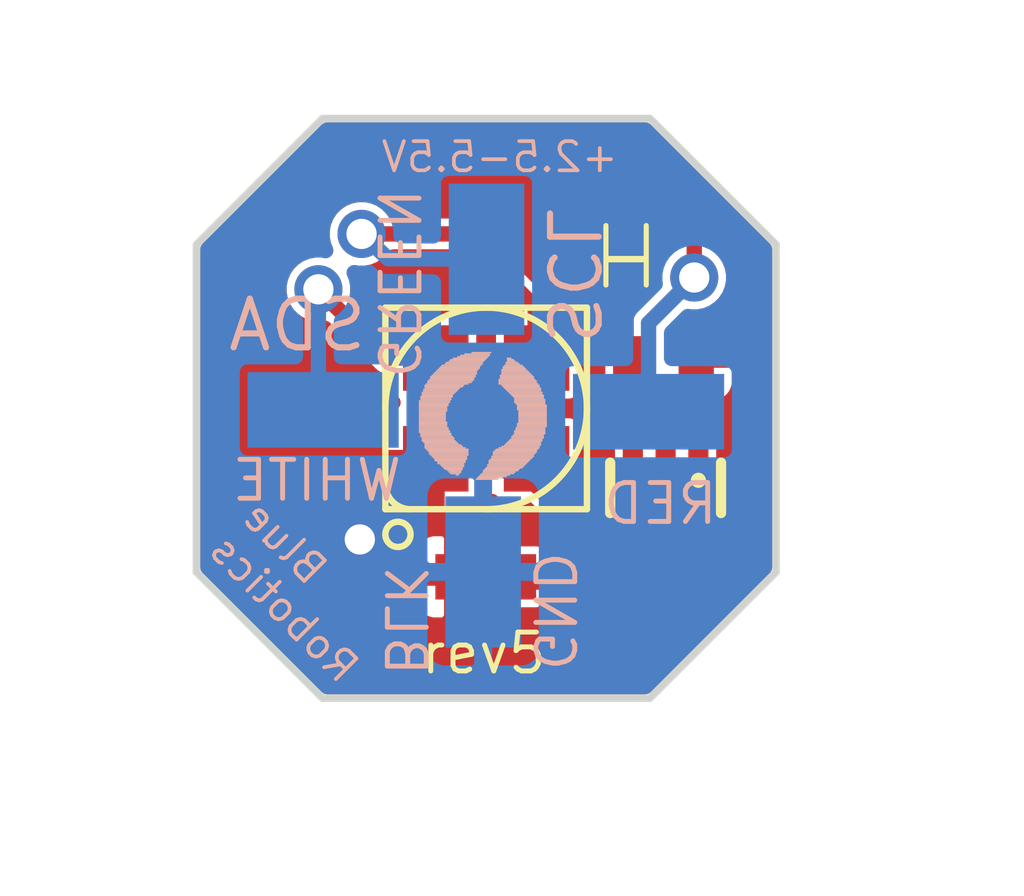
<source format=kicad_pcb>
(kicad_pcb (version 20171130) (host pcbnew "(5.0.0)")

  (general
    (thickness 1.6)
    (drawings 33)
    (tracks 52)
    (zones 0)
    (modules 10)
    (nets 7)
  )

  (page A4)
  (layers
    (0 Top signal)
    (31 Bottom signal)
    (32 B.Adhes user hide)
    (33 F.Adhes user hide)
    (34 B.Paste user)
    (35 F.Paste user)
    (36 B.SilkS user)
    (37 F.SilkS user)
    (38 B.Mask user)
    (39 F.Mask user)
    (40 Dwgs.User user hide)
    (41 Cmts.User user hide)
    (42 Eco1.User user hide)
    (43 Eco2.User user hide)
    (44 Edge.Cuts user)
    (45 Margin user)
    (46 B.CrtYd user hide)
    (47 F.CrtYd user hide)
    (48 B.Fab user hide)
    (49 F.Fab user hide)
  )

  (setup
    (last_trace_width 0.25)
    (trace_clearance 0.1524)
    (zone_clearance 0.508)
    (zone_45_only no)
    (trace_min 0.2)
    (segment_width 0.2)
    (edge_width 0.15)
    (via_size 0.8)
    (via_drill 0.4)
    (via_min_size 0.4)
    (via_min_drill 0.3)
    (uvia_size 0.3)
    (uvia_drill 0.1)
    (uvias_allowed no)
    (uvia_min_size 0.2)
    (uvia_min_drill 0.1)
    (pcb_text_width 0.3)
    (pcb_text_size 1.5 1.5)
    (mod_edge_width 0.15)
    (mod_text_size 1 1)
    (mod_text_width 0.15)
    (pad_size 1.524 1.524)
    (pad_drill 0.762)
    (pad_to_mask_clearance 0.2)
    (aux_axis_origin 0 0)
    (visible_elements FFFFFF7F)
    (pcbplotparams
      (layerselection 0x010fc_ffffffff)
      (usegerberextensions false)
      (usegerberattributes false)
      (usegerberadvancedattributes false)
      (creategerberjobfile false)
      (excludeedgelayer true)
      (linewidth 0.100000)
      (plotframeref false)
      (viasonmask false)
      (mode 1)
      (useauxorigin false)
      (hpglpennumber 1)
      (hpglpenspeed 20)
      (hpglpendiameter 15.000000)
      (psnegative false)
      (psa4output false)
      (plotreference true)
      (plotvalue true)
      (plotinvisibletext false)
      (padsonsilk false)
      (subtractmaskfromsilk false)
      (outputformat 1)
      (mirror false)
      (drillshape 1)
      (scaleselection 1)
      (outputdirectory ""))
  )

  (net 0 "")
  (net 1 GND)
  (net 2 /SDA)
  (net 3 /SCL)
  (net 4 /3.3V)
  (net 5 /VCC)
  (net 6 /VIN)

  (net_class Default "This is the default net class."
    (clearance 0.1524)
    (trace_width 0.25)
    (via_dia 0.8)
    (via_drill 0.4)
    (uvia_dia 0.3)
    (uvia_drill 0.1)
    (add_net /3.3V)
    (add_net /SCL)
    (add_net /SDA)
    (add_net /VCC)
    (add_net /VIN)
    (add_net GND)
  )

  (module BAR30-SENSOR:C0402 (layer Top) (tedit 0) (tstamp 5BA7C8F2)
    (at 148.491813 108.3473 180)
    (descr <b>CAPACITOR</b>)
    (path /C8E3AF05)
    (fp_text reference C1 (at -0.635 -0.635 180) (layer F.SilkS) hide
      (effects (font (size 1.2065 1.2065) (thickness 0.1016)) (justify right top))
    )
    (fp_text value 1uF (at -0.635 1.905 180) (layer F.Fab) hide
      (effects (font (size 1.2065 1.2065) (thickness 0.1016)) (justify right top))
    )
    (fp_poly (pts (xy -0.1999 0.3) (xy 0.1999 0.3) (xy 0.1999 -0.3) (xy -0.1999 -0.3)) (layer F.Adhes) (width 0))
    (fp_poly (pts (xy 0.2588 0.3048) (xy 0.5588 0.3048) (xy 0.5588 -0.2951) (xy 0.2588 -0.2951)) (layer F.Fab) (width 0))
    (fp_poly (pts (xy -0.554 0.3048) (xy -0.254 0.3048) (xy -0.254 -0.2951) (xy -0.554 -0.2951)) (layer F.Fab) (width 0))
    (fp_line (start -1.473 0.483) (end -1.473 -0.483) (layer Dwgs.User) (width 0.0508))
    (fp_line (start 1.473 0.483) (end -1.473 0.483) (layer Dwgs.User) (width 0.0508))
    (fp_line (start 1.473 -0.483) (end 1.473 0.483) (layer Dwgs.User) (width 0.0508))
    (fp_line (start -1.473 -0.483) (end 1.473 -0.483) (layer Dwgs.User) (width 0.0508))
    (fp_line (start 0.245 0.224) (end -0.245 0.224) (layer F.Fab) (width 0.1524))
    (fp_line (start -0.245 -0.224) (end 0.245 -0.224) (layer F.Fab) (width 0.1524))
    (pad 2 smd rect (at 0.65 0 180) (size 0.7 0.9) (layers Top F.Paste F.Mask)
      (net 1 GND) (solder_mask_margin 0.0762))
    (pad 1 smd rect (at -0.65 0 180) (size 0.7 0.9) (layers Top F.Paste F.Mask)
      (net 4 /3.3V) (solder_mask_margin 0.0762))
  )

  (module BAR30-SENSOR:MS5837 (layer Top) (tedit 0) (tstamp 5BA7C900)
    (at 148.499725 105.0053 90)
    (path /89E33A62)
    (fp_text reference U$1 (at -2 -2.25 90) (layer F.SilkS) hide
      (effects (font (size 0.57912 0.57912) (thickness 0.048768)) (justify left bottom))
    )
    (fp_text value MS583730BA (at -2 3 90) (layer F.SilkS) hide
      (effects (font (size 0.57912 0.57912) (thickness 0.048768)) (justify left bottom))
    )
    (fp_arc (start -1.5 -1.5) (end -2 -1.5) (angle 90) (layer F.SilkS) (width 0.127))
    (fp_arc (start 0 0) (end 0 -2) (angle 270) (layer F.SilkS) (width 0.127))
    (fp_line (start -2 -1.5) (end -2 -2) (layer F.SilkS) (width 0.127))
    (fp_line (start -2 0) (end -2 -1.5) (layer F.SilkS) (width 0.127))
    (fp_circle (center -2.5 -1.75) (end -2.25 -1.75) (layer F.SilkS) (width 0.127))
    (fp_line (start -2 2) (end -2 0) (layer F.SilkS) (width 0.127))
    (fp_line (start 2 2) (end -2 2) (layer F.SilkS) (width 0.127))
    (fp_line (start 2 -2) (end 2 2) (layer F.SilkS) (width 0.127))
    (fp_line (start 0 -2) (end 2 -2) (layer F.SilkS) (width 0.127))
    (fp_line (start -1.5 -2) (end 0 -2) (layer F.SilkS) (width 0.127))
    (fp_line (start -2 -2) (end -1.5 -2) (layer F.SilkS) (width 0.127))
    (pad 1 smd rect (at -1 -1 90) (size 1.3 1.3) (layers Top F.Paste F.Mask)
      (net 1 GND) (solder_mask_margin 0.0762))
    (pad 4 smd rect (at 1 -1 90) (size 1.3 1.3) (layers Top F.Paste F.Mask)
      (net 2 /SDA) (solder_mask_margin 0.0762))
    (pad 3 smd rect (at 1 1 90) (size 1.3 1.3) (layers Top F.Paste F.Mask)
      (net 3 /SCL) (solder_mask_margin 0.0762))
    (pad 2 smd rect (at -1 1 90) (size 1.3 1.3) (layers Top F.Paste F.Mask)
      (net 4 /3.3V) (solder_mask_margin 0.0762))
  )

  (module BAR30-SENSOR:SOD523 (layer Top) (tedit 0) (tstamp 5BA7C912)
    (at 151.276669 101.966432 90)
    (path /C78C3FBD)
    (fp_text reference D1 (at -0.7366 -0.5588 90) (layer F.SilkS) hide
      (effects (font (size 0.38608 0.38608) (thickness 0.032512)) (justify left bottom))
    )
    (fp_text value DIODESOD523 (at -0.6858 0.9906 90) (layer F.Fab)
      (effects (font (size 0.38608 0.38608) (thickness 0.030886)) (justify left bottom))
    )
    (fp_poly (pts (xy -0.1397 0.3937) (xy -0.0127 0.3937) (xy -0.0127 -0.381) (xy -0.1397 -0.381)) (layer F.SilkS) (width 0))
    (fp_poly (pts (xy -0.59 0.4) (xy -0.3 0.4) (xy -0.3 -0.4) (xy -0.59 -0.4)) (layer F.Fab) (width 0))
    (fp_poly (pts (xy 0.54 0.17) (xy 0.75 0.17) (xy 0.75 -0.17) (xy 0.54 -0.17)) (layer F.Fab) (width 0))
    (fp_poly (pts (xy -0.75 0.17) (xy -0.54 0.17) (xy -0.54 -0.17) (xy -0.75 -0.17)) (layer F.Fab) (width 0))
    (fp_line (start -0.59 0.4) (end -0.59 -0.4) (layer F.Fab) (width 0.1016))
    (fp_line (start 0.59 0.4) (end -0.59 0.4) (layer F.SilkS) (width 0.1016))
    (fp_line (start 0.59 -0.4) (end 0.59 0.4) (layer F.Fab) (width 0.1016))
    (fp_line (start -0.59 -0.4) (end 0.59 -0.4) (layer F.SilkS) (width 0.1016))
    (pad C smd rect (at -0.6 0 90) (size 0.7 0.5) (layers Top F.Paste F.Mask)
      (net 5 /VCC) (solder_mask_margin 0.0762))
    (pad A smd rect (at 0.7 0 90) (size 0.7 0.5) (layers Top F.Paste F.Mask)
      (net 6 /VIN) (solder_mask_margin 0.0762))
  )

  (module BAR30-SENSOR:PAD-1.5X3MM (layer Bottom) (tedit 0) (tstamp 5BA7C91F)
    (at 148.439725 108.2503 270)
    (path /6E1B97F5)
    (fp_text reference U$3 (at 0 0 270) (layer B.SilkS) hide
      (effects (font (size 1.27 1.27) (thickness 0.15)) (justify mirror))
    )
    (fp_text value PAD1.5X3MM (at 0 0 270) (layer B.SilkS) hide
      (effects (font (size 1.27 1.27) (thickness 0.15)) (justify mirror))
    )
    (pad P$1 smd rect (at 0 0 270) (size 3 1.5) (layers Bottom B.Paste B.Mask)
      (net 1 GND) (solder_mask_margin 0.0762))
  )

  (module BAR30-SENSOR:PAD-1.5X3MM (layer Bottom) (tedit 0) (tstamp 5BA7C923)
    (at 151.722706 105.070932)
    (path /649D799B)
    (fp_text reference U$4 (at 0 0) (layer B.SilkS) hide
      (effects (font (size 1.27 1.27) (thickness 0.15)) (justify mirror))
    )
    (fp_text value PAD1.5X3MM (at 0 0) (layer B.SilkS) hide
      (effects (font (size 1.27 1.27) (thickness 0.15)) (justify mirror))
    )
    (pad P$1 smd rect (at 0 0) (size 3 1.5) (layers Bottom B.Paste B.Mask)
      (net 6 /VIN) (solder_mask_margin 0.0762))
  )

  (module BAR30-SENSOR:PAD-1.5X3MM (layer Bottom) (tedit 0) (tstamp 5BA7C927)
    (at 148.507535 102.0451 270)
    (path /BCE09641)
    (fp_text reference U$5 (at 0 0 270) (layer B.SilkS) hide
      (effects (font (size 1.27 1.27) (thickness 0.15)) (justify mirror))
    )
    (fp_text value PAD1.5X3MM (at 0 0 270) (layer B.SilkS) hide
      (effects (font (size 1.27 1.27) (thickness 0.15)) (justify mirror))
    )
    (pad P$1 smd rect (at 0 0 270) (size 3 1.5) (layers Bottom B.Paste B.Mask)
      (net 3 /SCL) (solder_mask_margin 0.0762))
  )

  (module BAR30-SENSOR:PAD-1.5X3MM (layer Bottom) (tedit 0) (tstamp 5BA7C92B)
    (at 145.264725 105.0353 180)
    (path /CE08125E)
    (fp_text reference U$6 (at 0 0 180) (layer B.SilkS) hide
      (effects (font (size 1.27 1.27) (thickness 0.15)) (justify mirror))
    )
    (fp_text value PAD1.5X3MM (at 0 0 180) (layer B.SilkS) hide
      (effects (font (size 1.27 1.27) (thickness 0.15)) (justify mirror))
    )
    (pad P$1 smd rect (at 0 0 180) (size 3 1.5) (layers Bottom B.Paste B.Mask)
      (net 2 /SDA) (solder_mask_margin 0.0762))
  )

  (module BAR30-SENSOR:BR-LOGO-SMALL (layer Bottom) (tedit 0) (tstamp 5BA7C92F)
    (at 149.689281 106.409622 180)
    (path /86107EFD)
    (fp_text reference U$7 (at 0 0 180) (layer B.SilkS) hide
      (effects (font (size 1.27 1.27) (thickness 0.15)) (justify mirror))
    )
    (fp_text value LOGOBR-LOGO-S (at 0 0 180) (layer B.SilkS) hide
      (effects (font (size 1.27 1.27) (thickness 0.15)) (justify mirror))
    )
    (fp_poly (pts (xy 1.087118 2.497581) (xy 1.480818 2.497581) (xy 1.480818 2.525775) (xy 1.087118 2.525775)) (layer B.SilkS) (width 0))
    (fp_poly (pts (xy 1.115059 2.469387) (xy 1.623059 2.469387) (xy 1.623059 2.497581) (xy 1.115059 2.497581)) (layer B.SilkS) (width 0))
    (fp_poly (pts (xy 1.115059 2.441193) (xy 1.706881 2.441193) (xy 1.706881 2.469387) (xy 1.115059 2.469387)) (layer B.SilkS) (width 0))
    (fp_poly (pts (xy 1.143 2.413) (xy 1.762759 2.413) (xy 1.762759 2.441193) (xy 1.143 2.441193)) (layer B.SilkS) (width 0))
    (fp_poly (pts (xy 1.17094 2.384806) (xy 1.849118 2.384806) (xy 1.849118 2.413) (xy 1.17094 2.413)) (layer B.SilkS) (width 0))
    (fp_poly (pts (xy 0.690881 2.384806) (xy 0.77724 2.384806) (xy 0.77724 2.413) (xy 0.690881 2.413)) (layer B.SilkS) (width 0))
    (fp_poly (pts (xy 1.198881 2.356612) (xy 1.905 2.356612) (xy 1.905 2.384806) (xy 1.198881 2.384806)) (layer B.SilkS) (width 0))
    (fp_poly (pts (xy 0.635 2.356612) (xy 0.77724 2.356612) (xy 0.77724 2.384806) (xy 0.635 2.384806)) (layer B.SilkS) (width 0))
    (fp_poly (pts (xy 1.226818 2.328418) (xy 1.93294 2.328418) (xy 1.93294 2.356612) (xy 1.226818 2.356612)) (layer B.SilkS) (width 0))
    (fp_poly (pts (xy 0.607059 2.328418) (xy 0.77724 2.328418) (xy 0.77724 2.356612) (xy 0.607059 2.356612)) (layer B.SilkS) (width 0))
    (fp_poly (pts (xy 1.254759 2.300225) (xy 1.988818 2.300225) (xy 1.988818 2.328418) (xy 1.254759 2.328418)) (layer B.SilkS) (width 0))
    (fp_poly (pts (xy 0.551181 2.300225) (xy 0.805181 2.300225) (xy 0.805181 2.328418) (xy 0.551181 2.328418)) (layer B.SilkS) (width 0))
    (fp_poly (pts (xy 1.254759 2.271775) (xy 2.016759 2.271775) (xy 2.016759 2.300225) (xy 1.254759 2.300225)) (layer B.SilkS) (width 0))
    (fp_poly (pts (xy 0.52324 2.271775) (xy 0.805181 2.271775) (xy 0.805181 2.300225) (xy 0.52324 2.300225)) (layer B.SilkS) (width 0))
    (fp_poly (pts (xy 1.28524 2.243581) (xy 2.075181 2.243581) (xy 2.075181 2.271775) (xy 1.28524 2.271775)) (layer B.SilkS) (width 0))
    (fp_poly (pts (xy 0.464818 2.243581) (xy 0.833118 2.243581) (xy 0.833118 2.271775) (xy 0.464818 2.271775)) (layer B.SilkS) (width 0))
    (fp_poly (pts (xy 1.313181 2.215387) (xy 2.103118 2.215387) (xy 2.103118 2.243581) (xy 1.313181 2.243581)) (layer B.SilkS) (width 0))
    (fp_poly (pts (xy 0.436881 2.215387) (xy 0.861059 2.215387) (xy 0.861059 2.243581) (xy 0.436881 2.243581)) (layer B.SilkS) (width 0))
    (fp_poly (pts (xy 1.313181 2.187193) (xy 2.131059 2.187193) (xy 2.131059 2.215387) (xy 1.313181 2.215387)) (layer B.SilkS) (width 0))
    (fp_poly (pts (xy 0.40894 2.187193) (xy 0.861059 2.187193) (xy 0.861059 2.215387) (xy 0.40894 2.215387)) (layer B.SilkS) (width 0))
    (fp_poly (pts (xy 1.341118 2.159) (xy 2.159 2.159) (xy 2.159 2.187193) (xy 1.341118 2.187193)) (layer B.SilkS) (width 0))
    (fp_poly (pts (xy 0.381 2.159) (xy 0.889 2.159) (xy 0.889 2.187193) (xy 0.381 2.187193)) (layer B.SilkS) (width 0))
    (fp_poly (pts (xy 1.369059 2.130806) (xy 2.18694 2.130806) (xy 2.18694 2.159) (xy 1.369059 2.159)) (layer B.SilkS) (width 0))
    (fp_poly (pts (xy 0.353059 2.130806) (xy 0.889 2.130806) (xy 0.889 2.159) (xy 0.353059 2.159)) (layer B.SilkS) (width 0))
    (fp_poly (pts (xy 1.369059 2.102612) (xy 2.214881 2.102612) (xy 2.214881 2.130806) (xy 1.369059 2.130806)) (layer B.SilkS) (width 0))
    (fp_poly (pts (xy 0.325118 2.102612) (xy 0.889 2.102612) (xy 0.889 2.130806) (xy 0.325118 2.130806)) (layer B.SilkS) (width 0))
    (fp_poly (pts (xy 1.369059 2.074418) (xy 2.242818 2.074418) (xy 2.242818 2.102612) (xy 1.369059 2.102612)) (layer B.SilkS) (width 0))
    (fp_poly (pts (xy 0.297181 2.074418) (xy 0.889 2.074418) (xy 0.889 2.102612) (xy 0.297181 2.102612)) (layer B.SilkS) (width 0))
    (fp_poly (pts (xy 1.397 2.046225) (xy 2.270759 2.046225) (xy 2.270759 2.074418) (xy 1.397 2.074418)) (layer B.SilkS) (width 0))
    (fp_poly (pts (xy 0.26924 2.046225) (xy 0.91694 2.046225) (xy 0.91694 2.074418) (xy 0.26924 2.074418)) (layer B.SilkS) (width 0))
    (fp_poly (pts (xy 1.397 2.017775) (xy 2.30124 2.017775) (xy 2.30124 2.046225) (xy 1.397 2.046225)) (layer B.SilkS) (width 0))
    (fp_poly (pts (xy 0.238759 2.017775) (xy 0.91694 2.017775) (xy 0.91694 2.046225) (xy 0.238759 2.046225)) (layer B.SilkS) (width 0))
    (fp_poly (pts (xy 1.42494 1.989581) (xy 2.30124 1.989581) (xy 2.30124 2.017775) (xy 1.42494 2.017775)) (layer B.SilkS) (width 0))
    (fp_poly (pts (xy 0.238759 1.989581) (xy 0.91694 1.989581) (xy 0.91694 2.017775) (xy 0.238759 2.017775)) (layer B.SilkS) (width 0))
    (fp_poly (pts (xy 1.42494 1.961387) (xy 2.329181 1.961387) (xy 2.329181 1.989581) (xy 1.42494 1.989581)) (layer B.SilkS) (width 0))
    (fp_poly (pts (xy 0.210818 1.961387) (xy 0.944881 1.961387) (xy 0.944881 1.989581) (xy 0.210818 1.989581)) (layer B.SilkS) (width 0))
    (fp_poly (pts (xy 1.452881 1.933193) (xy 2.357118 1.933193) (xy 2.357118 1.961387) (xy 1.452881 1.961387)) (layer B.SilkS) (width 0))
    (fp_poly (pts (xy 0.182881 1.933193) (xy 0.944881 1.933193) (xy 0.944881 1.961387) (xy 0.182881 1.961387)) (layer B.SilkS) (width 0))
    (fp_poly (pts (xy 1.480818 1.905) (xy 2.357118 1.905) (xy 2.357118 1.933193) (xy 1.480818 1.933193)) (layer B.SilkS) (width 0))
    (fp_poly (pts (xy 0.182881 1.905) (xy 0.944881 1.905) (xy 0.944881 1.933193) (xy 0.182881 1.933193)) (layer B.SilkS) (width 0))
    (fp_poly (pts (xy 1.53924 1.876806) (xy 2.385059 1.876806) (xy 2.385059 1.905) (xy 1.53924 1.905)) (layer B.SilkS) (width 0))
    (fp_poly (pts (xy 0.15494 1.876806) (xy 0.944881 1.876806) (xy 0.944881 1.905) (xy 0.15494 1.905)) (layer B.SilkS) (width 0))
    (fp_poly (pts (xy 1.623059 1.848612) (xy 2.413 1.848612) (xy 2.413 1.876806) (xy 1.623059 1.876806)) (layer B.SilkS) (width 0))
    (fp_poly (pts (xy 0.127 1.848612) (xy 0.889 1.848612) (xy 0.889 1.876806) (xy 0.127 1.876806)) (layer B.SilkS) (width 0))
    (fp_poly (pts (xy 1.651 1.820418) (xy 2.413 1.820418) (xy 2.413 1.848612) (xy 1.651 1.848612)) (layer B.SilkS) (width 0))
    (fp_poly (pts (xy 0.127 1.820418) (xy 0.861059 1.820418) (xy 0.861059 1.848612) (xy 0.127 1.848612)) (layer B.SilkS) (width 0))
    (fp_poly (pts (xy 1.706881 1.792225) (xy 2.413 1.792225) (xy 2.413 1.820418) (xy 1.706881 1.820418)) (layer B.SilkS) (width 0))
    (fp_poly (pts (xy 0.099059 1.792225) (xy 0.833118 1.792225) (xy 0.833118 1.820418) (xy 0.099059 1.820418)) (layer B.SilkS) (width 0))
    (fp_poly (pts (xy 1.734818 1.763775) (xy 2.44094 1.763775) (xy 2.44094 1.792225) (xy 1.734818 1.792225)) (layer B.SilkS) (width 0))
    (fp_poly (pts (xy 0.099059 1.763775) (xy 0.805181 1.763775) (xy 0.805181 1.792225) (xy 0.099059 1.792225)) (layer B.SilkS) (width 0))
    (fp_poly (pts (xy 1.762759 1.735581) (xy 2.44094 1.735581) (xy 2.44094 1.763775) (xy 1.762759 1.763775)) (layer B.SilkS) (width 0))
    (fp_poly (pts (xy 0.099059 1.735581) (xy 0.77724 1.735581) (xy 0.77724 1.763775) (xy 0.099059 1.763775)) (layer B.SilkS) (width 0))
    (fp_poly (pts (xy 1.79324 1.707387) (xy 2.468881 1.707387) (xy 2.468881 1.735581) (xy 1.79324 1.735581)) (layer B.SilkS) (width 0))
    (fp_poly (pts (xy 0.071118 1.707387) (xy 0.746759 1.707387) (xy 0.746759 1.735581) (xy 0.071118 1.735581)) (layer B.SilkS) (width 0))
    (fp_poly (pts (xy 1.821181 1.679193) (xy 2.468881 1.679193) (xy 2.468881 1.707387) (xy 1.821181 1.707387)) (layer B.SilkS) (width 0))
    (fp_poly (pts (xy 0.071118 1.679193) (xy 0.718818 1.679193) (xy 0.718818 1.707387) (xy 0.071118 1.707387)) (layer B.SilkS) (width 0))
    (fp_poly (pts (xy 1.849118 1.651) (xy 2.468881 1.651) (xy 2.468881 1.679193) (xy 1.849118 1.679193)) (layer B.SilkS) (width 0))
    (fp_poly (pts (xy 0.043181 1.651) (xy 0.690881 1.651) (xy 0.690881 1.679193) (xy 0.043181 1.679193)) (layer B.SilkS) (width 0))
    (fp_poly (pts (xy 1.849118 1.622806) (xy 2.496818 1.622806) (xy 2.496818 1.651) (xy 1.849118 1.651)) (layer B.SilkS) (width 0))
    (fp_poly (pts (xy 0.043181 1.622806) (xy 0.66294 1.622806) (xy 0.66294 1.651) (xy 0.043181 1.651)) (layer B.SilkS) (width 0))
    (fp_poly (pts (xy 1.877059 1.594612) (xy 2.496818 1.594612) (xy 2.496818 1.622806) (xy 1.877059 1.622806)) (layer B.SilkS) (width 0))
    (fp_poly (pts (xy 0.043181 1.594612) (xy 0.635 1.594612) (xy 0.635 1.622806) (xy 0.043181 1.622806)) (layer B.SilkS) (width 0))
    (fp_poly (pts (xy 1.877059 1.566418) (xy 2.496818 1.566418) (xy 2.496818 1.594612) (xy 1.877059 1.594612)) (layer B.SilkS) (width 0))
    (fp_poly (pts (xy 0.01524 1.566418) (xy 0.635 1.566418) (xy 0.635 1.594612) (xy 0.01524 1.594612)) (layer B.SilkS) (width 0))
    (fp_poly (pts (xy 1.905 1.538225) (xy 2.524759 1.538225) (xy 2.524759 1.566418) (xy 1.905 1.566418)) (layer B.SilkS) (width 0))
    (fp_poly (pts (xy 0.01524 1.538225) (xy 0.635 1.538225) (xy 0.635 1.566418) (xy 0.01524 1.566418)) (layer B.SilkS) (width 0))
    (fp_poly (pts (xy 1.905 1.509775) (xy 2.524759 1.509775) (xy 2.524759 1.538225) (xy 1.905 1.538225)) (layer B.SilkS) (width 0))
    (fp_poly (pts (xy 0.01524 1.509775) (xy 0.635 1.509775) (xy 0.635 1.538225) (xy 0.01524 1.538225)) (layer B.SilkS) (width 0))
    (fp_poly (pts (xy 1.93294 1.481581) (xy 2.524759 1.481581) (xy 2.524759 1.509775) (xy 1.93294 1.509775)) (layer B.SilkS) (width 0))
    (fp_poly (pts (xy 0.01524 1.481581) (xy 0.607059 1.481581) (xy 0.607059 1.509775) (xy 0.01524 1.509775)) (layer B.SilkS) (width 0))
    (fp_poly (pts (xy 1.93294 1.453387) (xy 2.524759 1.453387) (xy 2.524759 1.481581) (xy 1.93294 1.481581)) (layer B.SilkS) (width 0))
    (fp_poly (pts (xy -0.01524 1.453387) (xy 0.579118 1.453387) (xy 0.579118 1.481581) (xy -0.01524 1.481581)) (layer B.SilkS) (width 0))
    (fp_poly (pts (xy 1.960881 1.425193) (xy 2.524759 1.425193) (xy 2.524759 1.453387) (xy 1.960881 1.453387)) (layer B.SilkS) (width 0))
    (fp_poly (pts (xy -0.01524 1.425193) (xy 0.579118 1.425193) (xy 0.579118 1.453387) (xy -0.01524 1.453387)) (layer B.SilkS) (width 0))
    (fp_poly (pts (xy 1.960881 1.397) (xy 2.524759 1.397) (xy 2.524759 1.425193) (xy 1.960881 1.425193)) (layer B.SilkS) (width 0))
    (fp_poly (pts (xy -0.01524 1.397) (xy 0.579118 1.397) (xy 0.579118 1.425193) (xy -0.01524 1.425193)) (layer B.SilkS) (width 0))
    (fp_poly (pts (xy 1.960881 1.368806) (xy 2.524759 1.368806) (xy 2.524759 1.397) (xy 1.960881 1.397)) (layer B.SilkS) (width 0))
    (fp_poly (pts (xy -0.01524 1.368806) (xy 0.579118 1.368806) (xy 0.579118 1.397) (xy -0.01524 1.397)) (layer B.SilkS) (width 0))
    (fp_poly (pts (xy 1.960881 1.340612) (xy 2.524759 1.340612) (xy 2.524759 1.368806) (xy 1.960881 1.368806)) (layer B.SilkS) (width 0))
    (fp_poly (pts (xy -0.01524 1.340612) (xy 0.551181 1.340612) (xy 0.551181 1.368806) (xy -0.01524 1.368806)) (layer B.SilkS) (width 0))
    (fp_poly (pts (xy 1.988818 1.312418) (xy 2.524759 1.312418) (xy 2.524759 1.340612) (xy 1.988818 1.340612)) (layer B.SilkS) (width 0))
    (fp_poly (pts (xy -0.01524 1.312418) (xy 0.551181 1.312418) (xy 0.551181 1.340612) (xy -0.01524 1.340612)) (layer B.SilkS) (width 0))
    (fp_poly (pts (xy 1.988818 1.284225) (xy 2.524759 1.284225) (xy 2.524759 1.312418) (xy 1.988818 1.312418)) (layer B.SilkS) (width 0))
    (fp_poly (pts (xy -0.01524 1.284225) (xy 0.551181 1.284225) (xy 0.551181 1.312418) (xy -0.01524 1.312418)) (layer B.SilkS) (width 0))
    (fp_poly (pts (xy 1.988818 1.255775) (xy 2.524759 1.255775) (xy 2.524759 1.284225) (xy 1.988818 1.284225)) (layer B.SilkS) (width 0))
    (fp_poly (pts (xy -0.01524 1.255775) (xy 0.551181 1.255775) (xy 0.551181 1.284225) (xy -0.01524 1.284225)) (layer B.SilkS) (width 0))
    (fp_poly (pts (xy 1.988818 1.227581) (xy 2.524759 1.227581) (xy 2.524759 1.255775) (xy 1.988818 1.255775)) (layer B.SilkS) (width 0))
    (fp_poly (pts (xy -0.01524 1.227581) (xy 0.551181 1.227581) (xy 0.551181 1.255775) (xy -0.01524 1.255775)) (layer B.SilkS) (width 0))
    (fp_poly (pts (xy 1.988818 1.199387) (xy 2.524759 1.199387) (xy 2.524759 1.227581) (xy 1.988818 1.227581)) (layer B.SilkS) (width 0))
    (fp_poly (pts (xy -0.01524 1.199387) (xy 0.551181 1.199387) (xy 0.551181 1.227581) (xy -0.01524 1.227581)) (layer B.SilkS) (width 0))
    (fp_poly (pts (xy 1.988818 1.171193) (xy 2.524759 1.171193) (xy 2.524759 1.199387) (xy 1.988818 1.199387)) (layer B.SilkS) (width 0))
    (fp_poly (pts (xy -0.01524 1.171193) (xy 0.551181 1.171193) (xy 0.551181 1.199387) (xy -0.01524 1.199387)) (layer B.SilkS) (width 0))
    (fp_poly (pts (xy 1.988818 1.143) (xy 2.524759 1.143) (xy 2.524759 1.171193) (xy 1.988818 1.171193)) (layer B.SilkS) (width 0))
    (fp_poly (pts (xy -0.01524 1.143) (xy 0.551181 1.143) (xy 0.551181 1.171193) (xy -0.01524 1.171193)) (layer B.SilkS) (width 0))
    (fp_poly (pts (xy 1.960881 1.114806) (xy 2.524759 1.114806) (xy 2.524759 1.143) (xy 1.960881 1.143)) (layer B.SilkS) (width 0))
    (fp_poly (pts (xy -0.01524 1.114806) (xy 0.551181 1.114806) (xy 0.551181 1.143) (xy -0.01524 1.143)) (layer B.SilkS) (width 0))
    (fp_poly (pts (xy 1.960881 1.086612) (xy 2.524759 1.086612) (xy 2.524759 1.114806) (xy 1.960881 1.114806)) (layer B.SilkS) (width 0))
    (fp_poly (pts (xy -0.01524 1.086612) (xy 0.579118 1.086612) (xy 0.579118 1.114806) (xy -0.01524 1.114806)) (layer B.SilkS) (width 0))
    (fp_poly (pts (xy 1.960881 1.058418) (xy 2.524759 1.058418) (xy 2.524759 1.086612) (xy 1.960881 1.086612)) (layer B.SilkS) (width 0))
    (fp_poly (pts (xy -0.01524 1.058418) (xy 0.579118 1.058418) (xy 0.579118 1.086612) (xy -0.01524 1.086612)) (layer B.SilkS) (width 0))
    (fp_poly (pts (xy 1.960881 1.030225) (xy 2.524759 1.030225) (xy 2.524759 1.058418) (xy 1.960881 1.058418)) (layer B.SilkS) (width 0))
    (fp_poly (pts (xy -0.01524 1.030225) (xy 0.579118 1.030225) (xy 0.579118 1.058418) (xy -0.01524 1.058418)) (layer B.SilkS) (width 0))
    (fp_poly (pts (xy 1.93294 1.001775) (xy 2.524759 1.001775) (xy 2.524759 1.030225) (xy 1.93294 1.030225)) (layer B.SilkS) (width 0))
    (fp_poly (pts (xy 0.01524 1.001775) (xy 0.607059 1.001775) (xy 0.607059 1.030225) (xy 0.01524 1.030225)) (layer B.SilkS) (width 0))
    (fp_poly (pts (xy 1.93294 0.973581) (xy 2.524759 0.973581) (xy 2.524759 1.001775) (xy 1.93294 1.001775)) (layer B.SilkS) (width 0))
    (fp_poly (pts (xy 0.01524 0.973581) (xy 0.607059 0.973581) (xy 0.607059 1.001775) (xy 0.01524 1.001775)) (layer B.SilkS) (width 0))
    (fp_poly (pts (xy 1.905 0.945387) (xy 2.524759 0.945387) (xy 2.524759 0.973581) (xy 1.905 0.973581)) (layer B.SilkS) (width 0))
    (fp_poly (pts (xy 0.01524 0.945387) (xy 0.635 0.945387) (xy 0.635 0.973581) (xy 0.01524 0.973581)) (layer B.SilkS) (width 0))
    (fp_poly (pts (xy 1.905 0.917193) (xy 2.524759 0.917193) (xy 2.524759 0.945387) (xy 1.905 0.945387)) (layer B.SilkS) (width 0))
    (fp_poly (pts (xy 0.01524 0.917193) (xy 0.635 0.917193) (xy 0.635 0.945387) (xy 0.01524 0.945387)) (layer B.SilkS) (width 0))
    (fp_poly (pts (xy 1.877059 0.889) (xy 2.496818 0.889) (xy 2.496818 0.917193) (xy 1.877059 0.917193)) (layer B.SilkS) (width 0))
    (fp_poly (pts (xy 0.01524 0.889) (xy 0.635 0.889) (xy 0.635 0.917193) (xy 0.01524 0.917193)) (layer B.SilkS) (width 0))
    (fp_poly (pts (xy 1.877059 0.860806) (xy 2.496818 0.860806) (xy 2.496818 0.889) (xy 1.877059 0.889)) (layer B.SilkS) (width 0))
    (fp_poly (pts (xy 0.043181 0.860806) (xy 0.66294 0.860806) (xy 0.66294 0.889) (xy 0.043181 0.889)) (layer B.SilkS) (width 0))
    (fp_poly (pts (xy 1.849118 0.832612) (xy 2.496818 0.832612) (xy 2.496818 0.860806) (xy 1.849118 0.860806)) (layer B.SilkS) (width 0))
    (fp_poly (pts (xy 0.043181 0.832612) (xy 0.690881 0.832612) (xy 0.690881 0.860806) (xy 0.043181 0.860806)) (layer B.SilkS) (width 0))
    (fp_poly (pts (xy 1.821181 0.804418) (xy 2.468881 0.804418) (xy 2.468881 0.832612) (xy 1.821181 0.832612)) (layer B.SilkS) (width 0))
    (fp_poly (pts (xy 0.043181 0.804418) (xy 0.690881 0.804418) (xy 0.690881 0.832612) (xy 0.043181 0.832612)) (layer B.SilkS) (width 0))
    (fp_poly (pts (xy 1.821181 0.776225) (xy 2.468881 0.776225) (xy 2.468881 0.804418) (xy 1.821181 0.804418)) (layer B.SilkS) (width 0))
    (fp_poly (pts (xy 0.071118 0.776225) (xy 0.718818 0.776225) (xy 0.718818 0.804418) (xy 0.071118 0.804418)) (layer B.SilkS) (width 0))
    (fp_poly (pts (xy 1.79324 0.747775) (xy 2.468881 0.747775) (xy 2.468881 0.776225) (xy 1.79324 0.776225)) (layer B.SilkS) (width 0))
    (fp_poly (pts (xy 0.071118 0.747775) (xy 0.746759 0.747775) (xy 0.746759 0.776225) (xy 0.071118 0.776225)) (layer B.SilkS) (width 0))
    (fp_poly (pts (xy 1.762759 0.719581) (xy 2.44094 0.719581) (xy 2.44094 0.747775) (xy 1.762759 0.747775)) (layer B.SilkS) (width 0))
    (fp_poly (pts (xy 0.099059 0.719581) (xy 0.77724 0.719581) (xy 0.77724 0.747775) (xy 0.099059 0.747775)) (layer B.SilkS) (width 0))
    (fp_poly (pts (xy 1.734818 0.691387) (xy 2.413 0.691387) (xy 2.413 0.719581) (xy 1.734818 0.719581)) (layer B.SilkS) (width 0))
    (fp_poly (pts (xy 0.099059 0.691387) (xy 0.805181 0.691387) (xy 0.805181 0.719581) (xy 0.099059 0.719581)) (layer B.SilkS) (width 0))
    (fp_poly (pts (xy 1.67894 0.663193) (xy 2.413 0.663193) (xy 2.413 0.691387) (xy 1.67894 0.691387)) (layer B.SilkS) (width 0))
    (fp_poly (pts (xy 0.099059 0.663193) (xy 0.833118 0.663193) (xy 0.833118 0.691387) (xy 0.099059 0.691387)) (layer B.SilkS) (width 0))
    (fp_poly (pts (xy 1.651 0.635) (xy 2.413 0.635) (xy 2.413 0.663193) (xy 1.651 0.663193)) (layer B.SilkS) (width 0))
    (fp_poly (pts (xy 0.127 0.635) (xy 0.889 0.635) (xy 0.889 0.663193) (xy 0.127 0.663193)) (layer B.SilkS) (width 0))
    (fp_poly (pts (xy 1.595118 0.606806) (xy 2.413 0.606806) (xy 2.413 0.635) (xy 1.595118 0.635)) (layer B.SilkS) (width 0))
    (fp_poly (pts (xy 0.127 0.606806) (xy 0.944881 0.606806) (xy 0.944881 0.635) (xy 0.127 0.635)) (layer B.SilkS) (width 0))
    (fp_poly (pts (xy 1.53924 0.578612) (xy 2.385059 0.578612) (xy 2.385059 0.606806) (xy 1.53924 0.606806)) (layer B.SilkS) (width 0))
    (fp_poly (pts (xy 0.15494 0.578612) (xy 1.000759 0.578612) (xy 1.000759 0.606806) (xy 0.15494 0.606806)) (layer B.SilkS) (width 0))
    (fp_poly (pts (xy 1.53924 0.550418) (xy 2.357118 0.550418) (xy 2.357118 0.578612) (xy 1.53924 0.578612)) (layer B.SilkS) (width 0))
    (fp_poly (pts (xy 0.182881 0.550418) (xy 1.03124 0.550418) (xy 1.03124 0.578612) (xy 0.182881 0.578612)) (layer B.SilkS) (width 0))
    (fp_poly (pts (xy 1.53924 0.522225) (xy 2.329181 0.522225) (xy 2.329181 0.550418) (xy 1.53924 0.550418)) (layer B.SilkS) (width 0))
    (fp_poly (pts (xy 0.182881 0.522225) (xy 1.059181 0.522225) (xy 1.059181 0.550418) (xy 0.182881 0.550418)) (layer B.SilkS) (width 0))
    (fp_poly (pts (xy 1.53924 0.493775) (xy 2.329181 0.493775) (xy 2.329181 0.522225) (xy 1.53924 0.522225)) (layer B.SilkS) (width 0))
    (fp_poly (pts (xy 0.210818 0.493775) (xy 1.059181 0.493775) (xy 1.059181 0.522225) (xy 0.210818 0.522225)) (layer B.SilkS) (width 0))
    (fp_poly (pts (xy 1.53924 0.465581) (xy 2.30124 0.465581) (xy 2.30124 0.493775) (xy 1.53924 0.493775)) (layer B.SilkS) (width 0))
    (fp_poly (pts (xy 0.238759 0.465581) (xy 1.059181 0.465581) (xy 1.059181 0.493775) (xy 0.238759 0.493775)) (layer B.SilkS) (width 0))
    (fp_poly (pts (xy 1.567181 0.437387) (xy 2.270759 0.437387) (xy 2.270759 0.465581) (xy 1.567181 0.465581)) (layer B.SilkS) (width 0))
    (fp_poly (pts (xy 0.238759 0.437387) (xy 1.087118 0.437387) (xy 1.087118 0.465581) (xy 0.238759 0.465581)) (layer B.SilkS) (width 0))
    (fp_poly (pts (xy 1.567181 0.409193) (xy 2.242818 0.409193) (xy 2.242818 0.437387) (xy 1.567181 0.437387)) (layer B.SilkS) (width 0))
    (fp_poly (pts (xy 0.26924 0.409193) (xy 1.087118 0.409193) (xy 1.087118 0.437387) (xy 0.26924 0.437387)) (layer B.SilkS) (width 0))
    (fp_poly (pts (xy 1.567181 0.381) (xy 2.214881 0.381) (xy 2.214881 0.409193) (xy 1.567181 0.409193)) (layer B.SilkS) (width 0))
    (fp_poly (pts (xy 0.297181 0.381) (xy 1.115059 0.381) (xy 1.115059 0.409193) (xy 0.297181 0.409193)) (layer B.SilkS) (width 0))
    (fp_poly (pts (xy 1.595118 0.352806) (xy 2.214881 0.352806) (xy 2.214881 0.381) (xy 1.595118 0.381)) (layer B.SilkS) (width 0))
    (fp_poly (pts (xy 0.325118 0.352806) (xy 1.143 0.352806) (xy 1.143 0.381) (xy 0.325118 0.381)) (layer B.SilkS) (width 0))
    (fp_poly (pts (xy 1.595118 0.324612) (xy 2.159 0.324612) (xy 2.159 0.352806) (xy 1.595118 0.352806)) (layer B.SilkS) (width 0))
    (fp_poly (pts (xy 0.353059 0.324612) (xy 1.143 0.324612) (xy 1.143 0.352806) (xy 0.353059 0.352806)) (layer B.SilkS) (width 0))
    (fp_poly (pts (xy 1.623059 0.296418) (xy 2.159 0.296418) (xy 2.159 0.324612) (xy 1.623059 0.324612)) (layer B.SilkS) (width 0))
    (fp_poly (pts (xy 0.381 0.296418) (xy 1.143 0.296418) (xy 1.143 0.324612) (xy 0.381 0.324612)) (layer B.SilkS) (width 0))
    (fp_poly (pts (xy 1.623059 0.268225) (xy 2.103118 0.268225) (xy 2.103118 0.296418) (xy 1.623059 0.296418)) (layer B.SilkS) (width 0))
    (fp_poly (pts (xy 0.40894 0.268225) (xy 1.17094 0.268225) (xy 1.17094 0.296418) (xy 0.40894 0.296418)) (layer B.SilkS) (width 0))
    (fp_poly (pts (xy 1.623059 0.239775) (xy 2.075181 0.239775) (xy 2.075181 0.268225) (xy 1.623059 0.268225)) (layer B.SilkS) (width 0))
    (fp_poly (pts (xy 0.436881 0.239775) (xy 1.17094 0.239775) (xy 1.17094 0.268225) (xy 0.436881 0.268225)) (layer B.SilkS) (width 0))
    (fp_poly (pts (xy 1.651 0.211581) (xy 2.04724 0.211581) (xy 2.04724 0.239775) (xy 1.651 0.239775)) (layer B.SilkS) (width 0))
    (fp_poly (pts (xy 0.464818 0.211581) (xy 1.198881 0.211581) (xy 1.198881 0.239775) (xy 0.464818 0.239775)) (layer B.SilkS) (width 0))
    (fp_poly (pts (xy 1.651 0.183387) (xy 2.016759 0.183387) (xy 2.016759 0.211581) (xy 1.651 0.211581)) (layer B.SilkS) (width 0))
    (fp_poly (pts (xy 0.52324 0.183387) (xy 1.226818 0.183387) (xy 1.226818 0.211581) (xy 0.52324 0.211581)) (layer B.SilkS) (width 0))
    (fp_poly (pts (xy 1.67894 0.155193) (xy 1.960881 0.155193) (xy 1.960881 0.183387) (xy 1.67894 0.183387)) (layer B.SilkS) (width 0))
    (fp_poly (pts (xy 0.551181 0.155193) (xy 1.254759 0.155193) (xy 1.254759 0.183387) (xy 0.551181 0.183387)) (layer B.SilkS) (width 0))
    (fp_poly (pts (xy 1.67894 0.127) (xy 1.93294 0.127) (xy 1.93294 0.155193) (xy 1.67894 0.155193)) (layer B.SilkS) (width 0))
    (fp_poly (pts (xy 0.607059 0.127) (xy 1.254759 0.127) (xy 1.254759 0.155193) (xy 0.607059 0.155193)) (layer B.SilkS) (width 0))
    (fp_poly (pts (xy 1.706881 0.098806) (xy 1.905 0.098806) (xy 1.905 0.127) (xy 1.706881 0.127)) (layer B.SilkS) (width 0))
    (fp_poly (pts (xy 0.635 0.098806) (xy 1.28524 0.098806) (xy 1.28524 0.127) (xy 0.635 0.127)) (layer B.SilkS) (width 0))
    (fp_poly (pts (xy 1.734818 0.070612) (xy 1.79324 0.070612) (xy 1.79324 0.098806) (xy 1.734818 0.098806)) (layer B.SilkS) (width 0))
    (fp_poly (pts (xy 0.718818 0.070612) (xy 1.313181 0.070612) (xy 1.313181 0.098806) (xy 0.718818 0.098806)) (layer B.SilkS) (width 0))
    (fp_poly (pts (xy 0.77724 0.042418) (xy 1.341118 0.042418) (xy 1.341118 0.070612) (xy 0.77724 0.070612)) (layer B.SilkS) (width 0))
    (fp_poly (pts (xy 0.861059 0.014225) (xy 1.369059 0.014225) (xy 1.369059 0.042418) (xy 0.861059 0.042418)) (layer B.SilkS) (width 0))
    (fp_poly (pts (xy 0.944881 -0.014225) (xy 1.397 -0.014225) (xy 1.397 0.014225) (xy 0.944881 0.014225)) (layer B.SilkS) (width 0))
  )

  (module BAR30-SENSOR:SC70-5L (layer Top) (tedit 0) (tstamp 5BA7C9DF)
    (at 152.060994 106.581532 180)
    (descr "<b>SC-70 Package</b>")
    (path /59F585D1)
    (fp_text reference U$8 (at -1.5875 0.635 270) (layer F.SilkS) hide
      (effects (font (size 0.9652 0.9652) (thickness 0.18288)) (justify right top))
    )
    (fp_text value VREG-MIC5365 (at 2.2225 0.635 270) (layer F.Fab) hide
      (effects (font (size 0.77216 0.77216) (thickness 0.08128)) (justify right top))
    )
    (fp_poly (pts (xy 0.5 1.1) (xy 0.8 1.1) (xy 0.8 0.6) (xy 0.5 0.6)) (layer F.Fab) (width 0))
    (fp_poly (pts (xy -0.15 1.1) (xy 0.15 1.1) (xy 0.15 0.6) (xy -0.15 0.6)) (layer F.Fab) (width 0))
    (fp_poly (pts (xy -0.8 1.1) (xy -0.5 1.1) (xy -0.5 0.6) (xy -0.8 0.6)) (layer F.Fab) (width 0))
    (fp_poly (pts (xy -0.8 -0.6) (xy -0.5 -0.6) (xy -0.5 -1.1) (xy -0.8 -1.1)) (layer F.Fab) (width 0))
    (fp_poly (pts (xy 0.5 -0.6) (xy 0.8 -0.6) (xy 0.8 -1.1) (xy 0.5 -1.1)) (layer F.Fab) (width 0))
    (fp_circle (center -0.65 0.15) (end -0.5 0.15) (layer F.SilkS) (width 0))
    (fp_line (start 1.1 -0.5) (end 1.1 0.5) (layer F.SilkS) (width 0.2032))
    (fp_line (start -1.1 -0.5) (end 1.1 -0.5) (layer F.Fab) (width 0.2032))
    (fp_line (start -1.1 0.5) (end -1.1 -0.5) (layer F.SilkS) (width 0.2032))
    (fp_line (start 1.1 0.5) (end -1.1 0.5) (layer F.Fab) (width 0.2032))
    (pad 3 smd rect (at 0.65 0.95 180) (size 0.4 0.8) (layers Top F.Paste F.Mask)
      (net 5 /VCC) (solder_mask_margin 0.0762))
    (pad 2 smd rect (at 0 0.95 180) (size 0.4 0.8) (layers Top F.Paste F.Mask)
      (net 1 GND) (solder_mask_margin 0.0762))
    (pad 1 smd rect (at -0.65 0.95 180) (size 0.4 0.8) (layers Top F.Paste F.Mask)
      (net 5 /VCC) (solder_mask_margin 0.0762))
    (pad 5 smd rect (at -0.65 -0.95 180) (size 0.4 0.8) (layers Top F.Paste F.Mask)
      (net 4 /3.3V) (solder_mask_margin 0.0762))
    (pad 4 smd rect (at 0.65 -0.95 180) (size 0.4 0.8) (layers Top F.Paste F.Mask)
      (solder_mask_margin 0.0762))
  )

  (module BAR30-SENSOR:C0402 (layer Top) (tedit 0) (tstamp 5BA7C9F1)
    (at 152.018416 104.021129)
    (descr <b>CAPACITOR</b>)
    (path /AC671DB5)
    (fp_text reference C2 (at -0.635 -0.635) (layer F.SilkS) hide
      (effects (font (size 1.2065 1.2065) (thickness 0.1016)) (justify left bottom))
    )
    (fp_text value 1uF (at -0.635 1.905) (layer F.Fab) hide
      (effects (font (size 1.2065 1.2065) (thickness 0.1016)) (justify left bottom))
    )
    (fp_poly (pts (xy -0.1999 0.3) (xy 0.1999 0.3) (xy 0.1999 -0.3) (xy -0.1999 -0.3)) (layer F.Adhes) (width 0))
    (fp_poly (pts (xy 0.2588 0.3048) (xy 0.5588 0.3048) (xy 0.5588 -0.2951) (xy 0.2588 -0.2951)) (layer F.Fab) (width 0))
    (fp_poly (pts (xy -0.554 0.3048) (xy -0.254 0.3048) (xy -0.254 -0.2951) (xy -0.554 -0.2951)) (layer F.Fab) (width 0))
    (fp_line (start -1.473 0.483) (end -1.473 -0.483) (layer Dwgs.User) (width 0.0508))
    (fp_line (start 1.473 0.483) (end -1.473 0.483) (layer Dwgs.User) (width 0.0508))
    (fp_line (start 1.473 -0.483) (end 1.473 0.483) (layer Dwgs.User) (width 0.0508))
    (fp_line (start -1.473 -0.483) (end 1.473 -0.483) (layer Dwgs.User) (width 0.0508))
    (fp_line (start 0.245 0.224) (end -0.245 0.224) (layer F.Fab) (width 0.1524))
    (fp_line (start -0.245 -0.224) (end 0.245 -0.224) (layer F.Fab) (width 0.1524))
    (pad 2 smd rect (at 0.65 0) (size 0.7 0.9) (layers Top F.Paste F.Mask)
      (net 1 GND) (solder_mask_margin 0.0762))
    (pad 1 smd rect (at -0.65 0) (size 0.7 0.9) (layers Top F.Paste F.Mask)
      (net 5 /VCC) (solder_mask_margin 0.0762))
  )

  (gr_circle (center 148.5011 105.0036) (end 154.5011 105.0036) (layer Dwgs.User) (width 0.025) (tstamp D2E1610))
  (gr_circle (center 148.5011 105.0036) (end 155.5011 105.0036) (layer Dwgs.User) (width 0.025) (tstamp D2E48B0))
  (gr_circle (center 148.5011 105.0036) (end 150.1511 105.0036) (layer Dwgs.User) (width 0.025) (tstamp D2E6250))
  (gr_circle (center 148.5011 105.0036) (end 150.8511 105.0036) (layer Dwgs.User) (width 0.025) (tstamp D2E5530))
  (gr_line (start 148.5011 105.0036) (end 145.0011 105.0036) (layer Dwgs.User) (width 0.15) (tstamp D2E4950))
  (gr_line (start 148.5011 105.0036) (end 148.5011 101.5036) (layer Dwgs.User) (width 0.15) (tstamp D2E41D0))
  (gr_line (start 148.5011 105.0036) (end 152.0011 105.0036) (layer Dwgs.User) (width 0.15) (tstamp D2E4F90))
  (gr_line (start 148.5011 105.0036) (end 148.5011 108.5036) (layer Dwgs.User) (width 0.15) (tstamp D2E5990))
  (gr_line (start 148.5011 101.5036) (end 145.0011 105.0036) (layer Dwgs.User) (width 0.15) (tstamp D2E5A30))
  (gr_line (start 148.5011 108.5036) (end 152.0011 105.0036) (layer Dwgs.User) (width 0.15) (tstamp D2E4BD0))
  (gr_circle (center 148.5011 105.0036) (end 149.9911 105.0036) (layer Dwgs.User) (width 0.025) (tstamp D2E55D0))
  (gr_line (start 146.8511 103.3536) (end 146.8511 106.6536) (layer Dwgs.User) (width 0.15) (tstamp D2E5210))
  (gr_line (start 146.8511 106.6536) (end 150.1511 106.6536) (layer Dwgs.User) (width 0.15) (tstamp D2E3C30))
  (gr_line (start 150.1511 106.6536) (end 150.1511 103.3536) (layer Dwgs.User) (width 0.15) (tstamp D2E5AD0))
  (gr_line (start 150.1511 103.3536) (end 146.8511 103.3536) (layer Dwgs.User) (width 0.15) (tstamp D2E5D50))
  (gr_line (start 142.7511 108.2536) (end 145.2511 110.7536) (layer Edge.Cuts) (width 0.15) (tstamp D2E5CB0))
  (gr_line (start 142.7511 101.7536) (end 142.7511 108.2536) (layer Edge.Cuts) (width 0.15) (tstamp D2E5030))
  (gr_line (start 145.2511 99.2536) (end 142.7511 101.7536) (layer Edge.Cuts) (width 0.15) (tstamp D2E50D0))
  (gr_line (start 145.2511 99.2536) (end 151.7511 99.2536) (layer Edge.Cuts) (width 0.15) (tstamp D2E5DF0))
  (gr_line (start 151.7511 99.2536) (end 154.2511 101.7536) (layer Edge.Cuts) (width 0.15) (tstamp D2E5670))
  (gr_line (start 154.2511 101.7536) (end 154.2511 108.2536) (layer Edge.Cuts) (width 0.15) (tstamp D2E5710))
  (gr_line (start 154.2511 108.2536) (end 151.7511 110.7536) (layer Edge.Cuts) (width 0.15) (tstamp D2E3AF0))
  (gr_line (start 145.2511 110.7536) (end 151.7511 110.7536) (layer Edge.Cuts) (width 0.15) (tstamp D2E5B70))
  (gr_text rev5 (at 147.152969 110.314654) (layer F.SilkS) (tstamp D2E4590)
    (effects (font (size 0.77216 0.77216) (thickness 0.097536)) (justify left bottom))
  )
  (gr_text "Blue\nRobotics" (at 144.03324 106.72064 -45) (layer B.SilkS) (tstamp D2E57B0)
    (effects (font (size 0.57912 0.57912) (thickness 0.073152)) (justify right top mirror))
  )
  (gr_text SCL (at 150.77186 100.965 -90) (layer B.SilkS) (tstamp D2E4090)
    (effects (font (size 0.9652 0.9652) (thickness 0.12192)) (justify right top mirror))
  )
  (gr_text GREEN (at 147.19808 100.584 -90) (layer B.SilkS) (tstamp D2E61B0)
    (effects (font (size 0.77216 0.77216) (thickness 0.097536)) (justify right top mirror))
  )
  (gr_text SDA (at 144.75206 103.3526) (layer B.SilkS) (tstamp D2E5E90)
    (effects (font (size 0.9652 0.9652) (thickness 0.12192)) (justify mirror))
  )
  (gr_text WHITE (at 145.141144 106.435579) (layer B.SilkS) (tstamp D2E3CD0)
    (effects (font (size 0.77216 0.77216) (thickness 0.097536)) (justify mirror))
  )
  (gr_text +2.5-5.5V (at 146.37766 99.67722) (layer B.SilkS) (tstamp D2E3D70)
    (effects (font (size 0.57912 0.57912) (thickness 0.073152)) (justify right top mirror))
  )
  (gr_text RED (at 150.77186 106.44378) (layer B.SilkS) (tstamp D2E6070)
    (effects (font (size 0.77216 0.77216) (thickness 0.097536)) (justify right top mirror))
  )
  (gr_text GND (at 150.28926 107.78998 -90) (layer B.SilkS) (tstamp D2E4DB0)
    (effects (font (size 0.77216 0.77216) (thickness 0.097536)) (justify right top mirror))
  )
  (gr_text BLK (at 147.34286 108.06938 -90) (layer B.SilkS) (tstamp D2E4C70)
    (effects (font (size 0.77216 0.77216) (thickness 0.097536)) (justify right top mirror))
  )

  (segment (start 148.439725 108.2503) (end 145.892991 108.2503) (width 0.3048) (layer Bottom) (net 1) (tstamp D2F5C50))
  (segment (start 145.892991 108.2503) (end 145.992741 107.605247) (width 0.3048) (layer Bottom) (net 1) (tstamp D2F6010))
  (via (at 145.992741 107.605247) (size 0.9556) (drill 0.6) (layers Top Bottom) (net 1) (tstamp D2F6150))
  (segment (start 145.992741 107.605247) (end 145.649131 108.035144) (width 0.3048) (layer Top) (net 1) (tstamp D2F5890))
  (segment (start 145.649131 108.035144) (end 145.943422 108.329435) (width 0.3048) (layer Top) (net 1) (tstamp D2F6F10))
  (segment (start 145.943422 108.329435) (end 147.823947 108.329435) (width 0.3048) (layer Top) (net 1) (tstamp D2F61F0))
  (segment (start 147.823947 108.329435) (end 147.841813 108.3473) (width 0.3048) (layer Top) (net 1) (tstamp D2F65B0))
  (segment (start 147.499725 106.0053) (end 147.499725 106.155847) (width 0.3048) (layer Top) (net 1) (tstamp D2F6C90))
  (segment (start 147.499725 106.155847) (end 145.992741 107.605247) (width 0.3048) (layer Top) (net 1) (tstamp D2F6290))
  (segment (start 152.668416 104.021129) (end 152.668416 104.291363) (width 0.3048) (layer Top) (net 1) (tstamp D2F7050))
  (segment (start 152.668416 104.291363) (end 152.052797 104.906982) (width 0.3048) (layer Top) (net 1) (tstamp D2F7190))
  (segment (start 152.052797 104.906982) (end 152.052797 105.623335) (width 0.3048) (layer Top) (net 1) (tstamp D2F6330))
  (segment (start 152.052797 105.623335) (end 152.060994 105.631532) (width 0.3048) (layer Top) (net 1) (tstamp D2F6650))
  (segment (start 147.499725 104.0053) (end 146.534625 104.0053) (width 0.3048) (layer Top) (net 2) (tstamp D2FA110))
  (segment (start 146.534625 104.0053) (end 145.171013 102.641688) (width 0.3048) (layer Top) (net 2) (tstamp D2F8770))
  (via (at 145.171013 102.641688) (size 0.9556) (drill 0.6) (layers Top Bottom) (net 2) (tstamp D2F9350))
  (segment (start 145.171013 102.641688) (end 145.171013 104.941588) (width 0.3048) (layer Bottom) (net 2) (tstamp D2F98F0))
  (segment (start 145.171013 104.941588) (end 145.264725 105.0353) (width 0.3048) (layer Bottom) (net 2) (tstamp D2F7B90))
  (segment (start 152.710994 107.531532) (end 152.710994 108.057675) (width 0.3048) (layer Top) (net 4) (tstamp D2F9030))
  (segment (start 152.710994 108.057675) (end 152.3169 108.451769) (width 0.3048) (layer Top) (net 4) (tstamp D2F9990))
  (segment (start 152.3169 108.451769) (end 150.468191 108.451769) (width 0.3048) (layer Top) (net 4) (tstamp D2F8130))
  (segment (start 150.468191 108.451769) (end 149.246281 108.451769) (width 0.3048) (layer Top) (net 4) (tstamp D2F9A30))
  (segment (start 149.246281 108.451769) (end 149.141813 108.3473) (width 0.3048) (layer Top) (net 4) (tstamp D2F9C10))
  (segment (start 149.499725 106.0053) (end 149.499725 106.546038) (width 0.3048) (layer Top) (net 4) (tstamp D2F90D0))
  (segment (start 149.499725 106.546038) (end 150.468191 107.514504) (width 0.3048) (layer Top) (net 4) (tstamp D2F7F50))
  (segment (start 150.468191 107.514504) (end 150.468191 108.451769) (width 0.3048) (layer Top) (net 4) (tstamp D2F92B0))
  (segment (start 151.276669 102.566432) (end 151.276669 103.929382) (width 0.3048) (layer Top) (net 5) (tstamp D2F95D0))
  (segment (start 151.276669 103.929382) (end 151.368416 104.021129) (width 0.3048) (layer Top) (net 5) (tstamp D2F8090))
  (segment (start 151.368416 104.021129) (end 151.368416 105.588954) (width 0.3048) (layer Top) (net 5) (tstamp D2F8590))
  (segment (start 151.368416 105.588954) (end 151.410994 105.631532) (width 0.3048) (layer Top) (net 5) (tstamp D2F8A90))
  (segment (start 151.410994 105.631532) (end 151.410994 106.331585) (width 0.3048) (layer Top) (net 5) (tstamp D2F7FF0))
  (segment (start 151.410994 106.331585) (end 151.656647 106.577238) (width 0.3048) (layer Top) (net 5) (tstamp D2F9670))
  (segment (start 151.656647 106.577238) (end 152.472725 106.577238) (width 0.3048) (layer Top) (net 5) (tstamp D2F97B0))
  (segment (start 152.472725 106.577238) (end 152.71305 106.336913) (width 0.3048) (layer Top) (net 5) (tstamp D2F89F0))
  (segment (start 152.71305 106.336913) (end 152.71305 105.633588) (width 0.3048) (layer Top) (net 5) (tstamp D2F7EB0))
  (segment (start 152.71305 105.633588) (end 152.710994 105.631532) (width 0.3048) (layer Top) (net 5) (tstamp D2F8C70))
  (segment (start 148.507535 102.0451) (end 146.55366 102.033104) (width 0.3048) (layer Bottom) (net 3) (tstamp D2F9170))
  (segment (start 146.55366 102.033104) (end 146.027019 101.542438) (width 0.3048) (layer Bottom) (net 3) (tstamp D2F9710))
  (via (at 146.027019 101.542438) (size 0.9556) (drill 0.6) (layers Top Bottom) (net 3) (tstamp D2F9850))
  (segment (start 146.027019 101.542438) (end 148.017844 101.542438) (width 0.3048) (layer Top) (net 3) (tstamp D2F9AD0))
  (segment (start 148.017844 101.542438) (end 149.47181 102.996404) (width 0.3048) (layer Top) (net 3) (tstamp D2F9B70))
  (segment (start 149.47181 102.996404) (end 149.47181 103.977385) (width 0.3048) (layer Top) (net 3) (tstamp D2F9CB0))
  (segment (start 149.47181 103.977385) (end 149.499725 104.0053) (width 0.3048) (layer Top) (net 3) (tstamp D2F9210))
  (segment (start 151.722706 105.070932) (end 151.722706 103.313919) (width 0.3048) (layer Bottom) (net 6) (tstamp D2F8270))
  (segment (start 151.722706 103.313919) (end 152.629019 102.407607) (width 0.3048) (layer Bottom) (net 6) (tstamp D2F8E50))
  (via (at 152.629019 102.407607) (size 0.9556) (drill 0.6) (layers Top Bottom) (net 6) (tstamp D2F7AF0))
  (segment (start 152.629019 102.407607) (end 152.629019 101.313304) (width 0.3048) (layer Top) (net 6) (tstamp D2F9DF0))
  (segment (start 152.629019 101.313304) (end 151.776694 100.460979) (width 0.3048) (layer Top) (net 6) (tstamp D2F9F30))
  (segment (start 151.776694 100.460979) (end 151.512778 100.460979) (width 0.3048) (layer Top) (net 6) (tstamp D2F8B30))
  (segment (start 151.512778 100.460979) (end 151.320519 100.653238) (width 0.3048) (layer Top) (net 6) (tstamp D2F8DB0))
  (segment (start 151.320519 100.653238) (end 151.320519 101.222582) (width 0.3048) (layer Top) (net 6) (tstamp D2F8450))
  (segment (start 151.320519 101.222582) (end 151.276669 101.266432) (width 0.3048) (layer Top) (net 6) (tstamp D2F8EF0))

  (zone (net 1) (net_name GND) (layer Bottom) (tstamp D2F6A10) (hatch edge 0.508)
    (priority 6)
    (connect_pads (clearance 0))
    (min_thickness 0.3048)
    (fill yes (arc_segments 32) (thermal_gap 0.3548) (thermal_bridge_width 0.3548))
    (polygon
      (pts
        (xy 141.39271 96.90075) (xy 159.17271 96.90075) (xy 159.17271 114.68075) (xy 141.39271 114.68075)
      )
    )
    (filled_polygon
      (pts
        (xy 154.0237 101.847792) (xy 154.023701 108.159407) (xy 151.656909 110.5262) (xy 145.345292 110.5262) (xy 143.221192 108.4021)
        (xy 147.182525 108.4021) (xy 147.182525 109.800255) (xy 147.202016 109.898245) (xy 147.24025 109.990549) (xy 147.295757 110.073621)
        (xy 147.366404 110.144268) (xy 147.449476 110.199775) (xy 147.54178 110.238009) (xy 147.63977 110.2575) (xy 148.287925 110.2575)
        (xy 148.414725 110.1307) (xy 148.414725 108.2753) (xy 148.464725 108.2753) (xy 148.464725 110.1307) (xy 148.591525 110.2575)
        (xy 149.23968 110.2575) (xy 149.33767 110.238009) (xy 149.429974 110.199775) (xy 149.513046 110.144268) (xy 149.583693 110.073621)
        (xy 149.6392 109.990549) (xy 149.677434 109.898245) (xy 149.696925 109.800255) (xy 149.696925 108.4021) (xy 149.570125 108.2753)
        (xy 148.464725 108.2753) (xy 148.414725 108.2753) (xy 147.309325 108.2753) (xy 147.182525 108.4021) (xy 143.221192 108.4021)
        (xy 142.9785 108.159409) (xy 142.9785 106.700345) (xy 147.182525 106.700345) (xy 147.182525 108.0985) (xy 147.309325 108.2253)
        (xy 148.414725 108.2253) (xy 148.414725 106.3699) (xy 148.464725 106.3699) (xy 148.464725 108.2253) (xy 149.570125 108.2253)
        (xy 149.696925 108.0985) (xy 149.696925 106.700345) (xy 149.677434 106.602355) (xy 149.6392 106.510051) (xy 149.583693 106.426979)
        (xy 149.513046 106.356332) (xy 149.429974 106.300825) (xy 149.33767 106.262591) (xy 149.23968 106.2431) (xy 148.591525 106.2431)
        (xy 148.464725 106.3699) (xy 148.414725 106.3699) (xy 148.287925 106.2431) (xy 147.63977 106.2431) (xy 147.54178 106.262591)
        (xy 147.449476 106.300825) (xy 147.366404 106.356332) (xy 147.295757 106.426979) (xy 147.24025 106.510051) (xy 147.202016 106.602355)
        (xy 147.182525 106.700345) (xy 142.9785 106.700345) (xy 142.9785 104.2853) (xy 143.458451 104.2853) (xy 143.458451 105.7853)
        (xy 143.464336 105.845051) (xy 143.481765 105.902506) (xy 143.510067 105.955457) (xy 143.548157 106.001868) (xy 143.594568 106.039958)
        (xy 143.647519 106.06826) (xy 143.704974 106.085689) (xy 143.764725 106.091574) (xy 146.764725 106.091574) (xy 146.824476 106.085689)
        (xy 146.881931 106.06826) (xy 146.934882 106.039958) (xy 146.981293 106.001868) (xy 147.019383 105.955457) (xy 147.047685 105.902506)
        (xy 147.065114 105.845051) (xy 147.070999 105.7853) (xy 147.070999 104.320932) (xy 149.916432 104.320932) (xy 149.916432 105.820932)
        (xy 149.922317 105.880683) (xy 149.939746 105.938138) (xy 149.968048 105.991089) (xy 150.006138 106.0375) (xy 150.052549 106.07559)
        (xy 150.1055 106.103892) (xy 150.162955 106.121321) (xy 150.222706 106.127206) (xy 153.222706 106.127206) (xy 153.282457 106.121321)
        (xy 153.339912 106.103892) (xy 153.392863 106.07559) (xy 153.439274 106.0375) (xy 153.477364 105.991089) (xy 153.505666 105.938138)
        (xy 153.523095 105.880683) (xy 153.52898 105.820932) (xy 153.52898 104.320932) (xy 153.523095 104.261181) (xy 153.505666 104.203726)
        (xy 153.477364 104.150775) (xy 153.439274 104.104364) (xy 153.392863 104.066274) (xy 153.339912 104.037972) (xy 153.282457 104.020543)
        (xy 153.222706 104.014658) (xy 152.179906 104.014658) (xy 152.179906 103.503297) (xy 152.502776 103.180428) (xy 152.55194 103.190207)
        (xy 152.706098 103.190207) (xy 152.857295 103.160132) (xy 152.999719 103.101138) (xy 153.127898 103.015492) (xy 153.236904 102.906486)
        (xy 153.32255 102.778307) (xy 153.381544 102.635883) (xy 153.411619 102.484686) (xy 153.411619 102.330528) (xy 153.381544 102.179331)
        (xy 153.32255 102.036907) (xy 153.236904 101.908728) (xy 153.127898 101.799722) (xy 152.999719 101.714076) (xy 152.857295 101.655082)
        (xy 152.706098 101.625007) (xy 152.55194 101.625007) (xy 152.400743 101.655082) (xy 152.258319 101.714076) (xy 152.13014 101.799722)
        (xy 152.021134 101.908728) (xy 151.935488 102.036907) (xy 151.876494 102.179331) (xy 151.846419 102.330528) (xy 151.846419 102.484686)
        (xy 151.856198 102.53385) (xy 151.415299 102.974749) (xy 151.397854 102.989066) (xy 151.383537 103.006511) (xy 151.383536 103.006512)
        (xy 151.340719 103.058683) (xy 151.298266 103.13811) (xy 151.291586 103.160132) (xy 151.272122 103.224293) (xy 151.263295 103.313919)
        (xy 151.265507 103.336379) (xy 151.265507 104.014658) (xy 150.222706 104.014658) (xy 150.162955 104.020543) (xy 150.1055 104.037972)
        (xy 150.052549 104.066274) (xy 150.006138 104.104364) (xy 149.968048 104.150775) (xy 149.939746 104.203726) (xy 149.922317 104.261181)
        (xy 149.916432 104.320932) (xy 147.070999 104.320932) (xy 147.070999 104.2853) (xy 147.065114 104.225549) (xy 147.047685 104.168094)
        (xy 147.019383 104.115143) (xy 146.981293 104.068732) (xy 146.934882 104.030642) (xy 146.881931 104.00234) (xy 146.824476 103.984911)
        (xy 146.764725 103.979026) (xy 145.628213 103.979026) (xy 145.628213 103.277422) (xy 145.669892 103.249573) (xy 145.778898 103.140567)
        (xy 145.864544 103.012388) (xy 145.923538 102.869964) (xy 145.953613 102.718767) (xy 145.953613 102.564609) (xy 145.923538 102.413412)
        (xy 145.881275 102.31138) (xy 145.94994 102.325038) (xy 146.104098 102.325038) (xy 146.180077 102.309925) (xy 146.218607 102.345823)
        (xy 146.226819 102.355956) (xy 146.251468 102.37644) (xy 146.25843 102.382926) (xy 146.26876 102.39081) (xy 146.296084 102.413516)
        (xy 146.304482 102.418071) (xy 146.312083 102.423872) (xy 146.344013 102.439514) (xy 146.375249 102.456457) (xy 146.384377 102.459287)
        (xy 146.39296 102.463492) (xy 146.427306 102.472599) (xy 146.461269 102.48313) (xy 146.470779 102.484126) (xy 146.480013 102.486574)
        (xy 146.515479 102.488805) (xy 146.528394 102.490157) (xy 146.5379 102.490215) (xy 146.569895 102.492228) (xy 146.582826 102.490491)
        (xy 147.451261 102.495823) (xy 147.451261 103.5451) (xy 147.457146 103.604851) (xy 147.474575 103.662306) (xy 147.502877 103.715257)
        (xy 147.540967 103.761668) (xy 147.587378 103.799758) (xy 147.640329 103.82806) (xy 147.697784 103.845489) (xy 147.757535 103.851374)
        (xy 149.257535 103.851374) (xy 149.317286 103.845489) (xy 149.374741 103.82806) (xy 149.427692 103.799758) (xy 149.474103 103.761668)
        (xy 149.512193 103.715257) (xy 149.540495 103.662306) (xy 149.557924 103.604851) (xy 149.563809 103.5451) (xy 149.563809 100.5451)
        (xy 149.557924 100.485349) (xy 149.540495 100.427894) (xy 149.512193 100.374943) (xy 149.474103 100.328532) (xy 149.427692 100.290442)
        (xy 149.374741 100.26214) (xy 149.317286 100.244711) (xy 149.257535 100.238826) (xy 147.757535 100.238826) (xy 147.697784 100.244711)
        (xy 147.640329 100.26214) (xy 147.587378 100.290442) (xy 147.540967 100.328532) (xy 147.502877 100.374943) (xy 147.474575 100.427894)
        (xy 147.457146 100.485349) (xy 147.451261 100.5451) (xy 147.451261 101.581407) (xy 146.809619 101.577467) (xy 146.809619 101.465359)
        (xy 146.779544 101.314162) (xy 146.72055 101.171738) (xy 146.634904 101.043559) (xy 146.525898 100.934553) (xy 146.397719 100.848907)
        (xy 146.255295 100.789913) (xy 146.104098 100.759838) (xy 145.94994 100.759838) (xy 145.798743 100.789913) (xy 145.656319 100.848907)
        (xy 145.52814 100.934553) (xy 145.419134 101.043559) (xy 145.333488 101.171738) (xy 145.274494 101.314162) (xy 145.244419 101.465359)
        (xy 145.244419 101.619517) (xy 145.274494 101.770714) (xy 145.316757 101.872746) (xy 145.248092 101.859088) (xy 145.093934 101.859088)
        (xy 144.942737 101.889163) (xy 144.800313 101.948157) (xy 144.672134 102.033803) (xy 144.563128 102.142809) (xy 144.477482 102.270988)
        (xy 144.418488 102.413412) (xy 144.388413 102.564609) (xy 144.388413 102.718767) (xy 144.418488 102.869964) (xy 144.477482 103.012388)
        (xy 144.563128 103.140567) (xy 144.672134 103.249573) (xy 144.713813 103.277422) (xy 144.713814 103.979026) (xy 143.764725 103.979026)
        (xy 143.704974 103.984911) (xy 143.647519 104.00234) (xy 143.594568 104.030642) (xy 143.548157 104.068732) (xy 143.510067 104.115143)
        (xy 143.481765 104.168094) (xy 143.464336 104.225549) (xy 143.458451 104.2853) (xy 142.9785 104.2853) (xy 142.9785 101.847791)
        (xy 145.345292 99.481) (xy 151.656909 99.481)
      )
    )
  )
  (zone (net 1) (net_name GND) (layer Top) (tstamp D2F7690) (hatch edge 0.508)
    (priority 6)
    (connect_pads (clearance 0))
    (min_thickness 0.3048)
    (fill yes (arc_segments 32) (thermal_gap 0.3548) (thermal_bridge_width 0.3548))
    (polygon
      (pts
        (xy 138.85271 96.90075) (xy 156.63271 96.90075) (xy 156.63271 112.14075) (xy 138.85271 112.14075)
      )
    )
    (filled_polygon
      (pts
        (xy 154.0237 101.847792) (xy 154.023701 108.159407) (xy 151.656909 110.5262) (xy 145.345292 110.5262) (xy 143.318192 108.4991)
        (xy 146.984613 108.4991) (xy 146.984613 108.847255) (xy 147.004104 108.945245) (xy 147.042338 109.037549) (xy 147.097845 109.120621)
        (xy 147.168492 109.191268) (xy 147.251564 109.246775) (xy 147.343868 109.285009) (xy 147.441858 109.3045) (xy 147.690013 109.3045)
        (xy 147.816813 109.1777) (xy 147.816813 108.3723) (xy 147.111413 108.3723) (xy 146.984613 108.4991) (xy 143.318192 108.4991)
        (xy 142.9785 108.159409) (xy 142.9785 107.847345) (xy 146.984613 107.847345) (xy 146.984613 108.1955) (xy 147.111413 108.3223)
        (xy 147.816813 108.3223) (xy 147.816813 107.5169) (xy 147.690013 107.3901) (xy 147.441858 107.3901) (xy 147.343868 107.409591)
        (xy 147.251564 107.447825) (xy 147.168492 107.503332) (xy 147.097845 107.573979) (xy 147.042338 107.657051) (xy 147.004104 107.749355)
        (xy 146.984613 107.847345) (xy 142.9785 107.847345) (xy 142.9785 106.1571) (xy 146.342525 106.1571) (xy 146.342525 106.705255)
        (xy 146.362016 106.803245) (xy 146.40025 106.895549) (xy 146.455757 106.978621) (xy 146.526404 107.049268) (xy 146.609476 107.104775)
        (xy 146.70178 107.143009) (xy 146.79977 107.1625) (xy 147.347925 107.1625) (xy 147.474725 107.0357) (xy 147.474725 106.0303)
        (xy 146.469325 106.0303) (xy 146.342525 106.1571) (xy 142.9785 106.1571) (xy 142.9785 102.564609) (xy 144.388413 102.564609)
        (xy 144.388413 102.718767) (xy 144.418488 102.869964) (xy 144.477482 103.012388) (xy 144.563128 103.140567) (xy 144.672134 103.249573)
        (xy 144.800313 103.335219) (xy 144.942737 103.394213) (xy 145.093934 103.424288) (xy 145.248092 103.424288) (xy 145.297256 103.414509)
        (xy 146.19546 104.312714) (xy 146.209772 104.330153) (xy 146.227211 104.344465) (xy 146.227217 104.344471) (xy 146.279389 104.387287)
        (xy 146.358815 104.429741) (xy 146.378874 104.435826) (xy 146.444998 104.455885) (xy 146.512165 104.4625) (xy 146.512175 104.4625)
        (xy 146.534625 104.464711) (xy 146.543451 104.463842) (xy 146.543451 104.6553) (xy 146.549336 104.715051) (xy 146.566765 104.772506)
        (xy 146.595067 104.825457) (xy 146.633157 104.871868) (xy 146.652711 104.887916) (xy 146.609476 104.905825) (xy 146.526404 104.961332)
        (xy 146.455757 105.031979) (xy 146.40025 105.115051) (xy 146.362016 105.207355) (xy 146.342525 105.305345) (xy 146.342525 105.8535)
        (xy 146.469325 105.9803) (xy 147.474725 105.9803) (xy 147.474725 105.9603) (xy 147.524725 105.9603) (xy 147.524725 105.9803)
        (xy 147.544725 105.9803) (xy 147.544725 106.0303) (xy 147.524725 106.0303) (xy 147.524725 107.0357) (xy 147.651525 107.1625)
        (xy 148.19968 107.1625) (xy 148.29767 107.143009) (xy 148.389974 107.104775) (xy 148.473046 107.049268) (xy 148.543693 106.978621)
        (xy 148.5992 106.895549) (xy 148.617109 106.852314) (xy 148.633157 106.871868) (xy 148.679568 106.909958) (xy 148.732519 106.93826)
        (xy 148.789974 106.955689) (xy 148.849725 106.961574) (xy 149.268684 106.961574) (xy 150.010991 107.703883) (xy 150.010992 107.994569)
        (xy 149.798087 107.994569) (xy 149.798087 107.8973) (xy 149.792202 107.837549) (xy 149.774773 107.780094) (xy 149.746471 107.727143)
        (xy 149.708381 107.680732) (xy 149.66197 107.642642) (xy 149.609019 107.61434) (xy 149.551564 107.596911) (xy 149.491813 107.591026)
        (xy 148.791813 107.591026) (xy 148.732062 107.596911) (xy 148.674607 107.61434) (xy 148.629028 107.638702) (xy 148.585781 107.573979)
        (xy 148.515134 107.503332) (xy 148.432062 107.447825) (xy 148.339758 107.409591) (xy 148.241768 107.3901) (xy 147.993613 107.3901)
        (xy 147.866813 107.5169) (xy 147.866813 108.3223) (xy 147.886813 108.3223) (xy 147.886813 108.3723) (xy 147.866813 108.3723)
        (xy 147.866813 109.1777) (xy 147.993613 109.3045) (xy 148.241768 109.3045) (xy 148.339758 109.285009) (xy 148.432062 109.246775)
        (xy 148.515134 109.191268) (xy 148.585781 109.120621) (xy 148.629028 109.055898) (xy 148.674607 109.08026) (xy 148.732062 109.097689)
        (xy 148.791813 109.103574) (xy 149.491813 109.103574) (xy 149.551564 109.097689) (xy 149.609019 109.08026) (xy 149.66197 109.051958)
        (xy 149.708381 109.013868) (xy 149.746471 108.967457) (xy 149.774773 108.914506) (xy 149.776453 108.908969) (xy 150.445731 108.908969)
        (xy 150.468191 108.911181) (xy 150.490651 108.908969) (xy 152.29445 108.908969) (xy 152.3169 108.91118) (xy 152.33935 108.908969)
        (xy 152.33936 108.908969) (xy 152.406527 108.902354) (xy 152.492709 108.87621) (xy 152.572136 108.833756) (xy 152.641753 108.776622)
        (xy 152.656074 108.759172) (xy 153.018402 108.396845) (xy 153.035847 108.382528) (xy 153.092981 108.312911) (xy 153.135435 108.233484)
        (xy 153.161579 108.147302) (xy 153.166166 108.100727) (xy 153.193954 108.048738) (xy 153.211383 107.991283) (xy 153.217268 107.931532)
        (xy 153.217268 107.131532) (xy 153.211383 107.071781) (xy 153.193954 107.014326) (xy 153.165652 106.961375) (xy 153.127562 106.914964)
        (xy 153.081151 106.876874) (xy 153.0282 106.848572) (xy 152.970745 106.831143) (xy 152.910994 106.825258) (xy 152.871282 106.825258)
        (xy 153.020454 106.676086) (xy 153.037903 106.661766) (xy 153.095037 106.592149) (xy 153.137491 106.512722) (xy 153.163635 106.42654)
        (xy 153.17025 106.359373) (xy 153.17025 106.359363) (xy 153.172461 106.336913) (xy 153.17025 106.314463) (xy 153.17025 106.193086)
        (xy 153.193954 106.148738) (xy 153.211383 106.091283) (xy 153.217268 106.031532) (xy 153.217268 105.231532) (xy 153.211383 105.171781)
        (xy 153.193954 105.114326) (xy 153.165652 105.061375) (xy 153.127562 105.014964) (xy 153.081151 104.976874) (xy 153.079669 104.976082)
        (xy 153.166361 104.958838) (xy 153.258665 104.920604) (xy 153.341737 104.865097) (xy 153.412384 104.79445) (xy 153.467891 104.711378)
        (xy 153.506125 104.619074) (xy 153.525616 104.521084) (xy 153.525616 104.172929) (xy 153.398816 104.046129) (xy 152.693416 104.046129)
        (xy 152.693416 104.066129) (xy 152.643416 104.066129) (xy 152.643416 104.046129) (xy 152.623416 104.046129) (xy 152.623416 103.996129)
        (xy 152.643416 103.996129) (xy 152.643416 103.976129) (xy 152.693416 103.976129) (xy 152.693416 103.996129) (xy 153.398816 103.996129)
        (xy 153.525616 103.869329) (xy 153.525616 103.521174) (xy 153.506125 103.423184) (xy 153.467891 103.33088) (xy 153.412384 103.247808)
        (xy 153.341737 103.177161) (xy 153.258665 103.121654) (xy 153.166361 103.08342) (xy 153.068371 103.063929) (xy 153.055407 103.063929)
        (xy 153.127898 103.015492) (xy 153.236904 102.906486) (xy 153.32255 102.778307) (xy 153.381544 102.635883) (xy 153.411619 102.484686)
        (xy 153.411619 102.330528) (xy 153.381544 102.179331) (xy 153.32255 102.036907) (xy 153.236904 101.908728) (xy 153.127898 101.799722)
        (xy 153.086219 101.771873) (xy 153.086219 101.335756) (xy 153.08843 101.313304) (xy 153.086219 101.290852) (xy 153.086219 101.290844)
        (xy 153.079604 101.223677) (xy 153.05346 101.137495) (xy 153.05346 101.137494) (xy 153.011006 101.058068) (xy 152.96819 101.005896)
        (xy 152.968184 101.00589) (xy 152.953872 100.988451) (xy 152.936432 100.974139) (xy 152.115868 100.153576) (xy 152.101547 100.136126)
        (xy 152.03193 100.078992) (xy 151.952503 100.036538) (xy 151.866321 100.010394) (xy 151.799154 100.003779) (xy 151.799144 100.003779)
        (xy 151.776694 100.001568) (xy 151.754244 100.003779) (xy 151.535227 100.003779) (xy 151.512777 100.001568) (xy 151.490327 100.003779)
        (xy 151.490318 100.003779) (xy 151.423151 100.010394) (xy 151.336969 100.036538) (xy 151.257542 100.078992) (xy 151.187925 100.136126)
        (xy 151.173604 100.153576) (xy 151.013116 100.314064) (xy 150.995666 100.328385) (xy 150.938532 100.398003) (xy 150.896078 100.47743)
        (xy 150.869934 100.563612) (xy 150.863319 100.630779) (xy 150.863319 100.630788) (xy 150.861108 100.653238) (xy 150.861677 100.659013)
        (xy 150.856512 100.661774) (xy 150.810101 100.699864) (xy 150.772011 100.746275) (xy 150.743709 100.799226) (xy 150.72628 100.856681)
        (xy 150.720395 100.916432) (xy 150.720395 101.616432) (xy 150.72628 101.676183) (xy 150.743709 101.733638) (xy 150.772011 101.786589)
        (xy 150.810101 101.833) (xy 150.856512 101.87109) (xy 150.909463 101.899392) (xy 150.965636 101.916432) (xy 150.909463 101.933472)
        (xy 150.856512 101.961774) (xy 150.810101 101.999864) (xy 150.772011 102.046275) (xy 150.743709 102.099226) (xy 150.72628 102.156681)
        (xy 150.720395 102.216432) (xy 150.720395 102.916432) (xy 150.72628 102.976183) (xy 150.743709 103.033638) (xy 150.772011 103.086589)
        (xy 150.810101 103.133) (xy 150.819469 103.140689) (xy 150.81947 103.340099) (xy 150.801848 103.354561) (xy 150.763758 103.400972)
        (xy 150.735456 103.453923) (xy 150.718027 103.511378) (xy 150.712142 103.571129) (xy 150.712142 104.471129) (xy 150.718027 104.53088)
        (xy 150.735456 104.588335) (xy 150.763758 104.641286) (xy 150.801848 104.687697) (xy 150.848259 104.725787) (xy 150.90121 104.754089)
        (xy 150.911216 104.757124) (xy 150.911217 105.169764) (xy 150.910605 105.171781) (xy 150.90472 105.231532) (xy 150.90472 106.031532)
        (xy 150.910605 106.091283) (xy 150.928034 106.148738) (xy 150.953795 106.196935) (xy 150.953795 106.309126) (xy 150.951583 106.331585)
        (xy 150.953795 106.354045) (xy 150.96041 106.421212) (xy 150.971088 106.456412) (xy 150.986554 106.507394) (xy 151.029007 106.58682)
        (xy 151.033381 106.592149) (xy 151.086142 106.656438) (xy 151.103587 106.670755) (xy 151.25809 106.825258) (xy 151.210994 106.825258)
        (xy 151.151243 106.831143) (xy 151.093788 106.848572) (xy 151.040837 106.876874) (xy 150.994426 106.914964) (xy 150.956336 106.961375)
        (xy 150.928034 107.014326) (xy 150.910605 107.071781) (xy 150.90472 107.131532) (xy 150.90472 107.378542) (xy 150.897798 107.355723)
        (xy 150.892632 107.338694) (xy 150.850178 107.259268) (xy 150.807362 107.207096) (xy 150.807356 107.20709) (xy 150.793044 107.189651)
        (xy 150.775606 107.17534) (xy 150.411816 106.811551) (xy 150.432685 106.772506) (xy 150.450114 106.715051) (xy 150.455999 106.6553)
        (xy 150.455999 105.3553) (xy 150.450114 105.295549) (xy 150.432685 105.238094) (xy 150.404383 105.185143) (xy 150.366293 105.138732)
        (xy 150.319882 105.100642) (xy 150.266931 105.07234) (xy 150.209476 105.054911) (xy 150.149725 105.049026) (xy 148.849725 105.049026)
        (xy 148.789974 105.054911) (xy 148.732519 105.07234) (xy 148.679568 105.100642) (xy 148.633157 105.138732) (xy 148.617109 105.158286)
        (xy 148.5992 105.115051) (xy 148.543693 105.031979) (xy 148.473046 104.961332) (xy 148.389974 104.905825) (xy 148.346739 104.887916)
        (xy 148.366293 104.871868) (xy 148.404383 104.825457) (xy 148.432685 104.772506) (xy 148.450114 104.715051) (xy 148.455999 104.6553)
        (xy 148.455999 103.3553) (xy 148.450114 103.295549) (xy 148.432685 103.238094) (xy 148.404383 103.185143) (xy 148.366293 103.138732)
        (xy 148.319882 103.100642) (xy 148.266931 103.07234) (xy 148.209476 103.054911) (xy 148.149725 103.049026) (xy 146.849725 103.049026)
        (xy 146.789974 103.054911) (xy 146.732519 103.07234) (xy 146.679568 103.100642) (xy 146.633157 103.138732) (xy 146.595067 103.185143)
        (xy 146.566765 103.238094) (xy 146.549336 103.295549) (xy 146.543451 103.3553) (xy 146.543451 103.367547) (xy 145.943834 102.767931)
        (xy 145.953613 102.718767) (xy 145.953613 102.564609) (xy 145.923538 102.413412) (xy 145.881275 102.31138) (xy 145.94994 102.325038)
        (xy 146.104098 102.325038) (xy 146.255295 102.294963) (xy 146.397719 102.235969) (xy 146.525898 102.150323) (xy 146.634904 102.041317)
        (xy 146.662753 101.999638) (xy 147.828467 101.999638) (xy 148.877854 103.049026) (xy 148.849725 103.049026) (xy 148.789974 103.054911)
        (xy 148.732519 103.07234) (xy 148.679568 103.100642) (xy 148.633157 103.138732) (xy 148.595067 103.185143) (xy 148.566765 103.238094)
        (xy 148.549336 103.295549) (xy 148.543451 103.3553) (xy 148.543451 104.6553) (xy 148.549336 104.715051) (xy 148.566765 104.772506)
        (xy 148.595067 104.825457) (xy 148.633157 104.871868) (xy 148.679568 104.909958) (xy 148.732519 104.93826) (xy 148.789974 104.955689)
        (xy 148.849725 104.961574) (xy 150.149725 104.961574) (xy 150.209476 104.955689) (xy 150.266931 104.93826) (xy 150.319882 104.909958)
        (xy 150.366293 104.871868) (xy 150.404383 104.825457) (xy 150.432685 104.772506) (xy 150.450114 104.715051) (xy 150.455999 104.6553)
        (xy 150.455999 103.3553) (xy 150.450114 103.295549) (xy 150.432685 103.238094) (xy 150.404383 103.185143) (xy 150.366293 103.138732)
        (xy 150.319882 103.100642) (xy 150.266931 103.07234) (xy 150.209476 103.054911) (xy 150.149725 103.049026) (xy 149.92901 103.049026)
        (xy 149.92901 103.018853) (xy 149.931221 102.996403) (xy 149.92901 102.973953) (xy 149.92901 102.973944) (xy 149.922395 102.906777)
        (xy 149.896251 102.820595) (xy 149.853798 102.741169) (xy 149.853797 102.741167) (xy 149.81098 102.688996) (xy 149.796663 102.671551)
        (xy 149.779219 102.657235) (xy 148.357018 101.235035) (xy 148.342697 101.217585) (xy 148.27308 101.160451) (xy 148.193653 101.117997)
        (xy 148.107471 101.091853) (xy 148.040304 101.085238) (xy 148.040294 101.085238) (xy 148.017844 101.083027) (xy 147.995394 101.085238)
        (xy 146.662753 101.085238) (xy 146.634904 101.043559) (xy 146.525898 100.934553) (xy 146.397719 100.848907) (xy 146.255295 100.789913)
        (xy 146.104098 100.759838) (xy 145.94994 100.759838) (xy 145.798743 100.789913) (xy 145.656319 100.848907) (xy 145.52814 100.934553)
        (xy 145.419134 101.043559) (xy 145.333488 101.171738) (xy 145.274494 101.314162) (xy 145.244419 101.465359) (xy 145.244419 101.619517)
        (xy 145.274494 101.770714) (xy 145.316757 101.872746) (xy 145.248092 101.859088) (xy 145.093934 101.859088) (xy 144.942737 101.889163)
        (xy 144.800313 101.948157) (xy 144.672134 102.033803) (xy 144.563128 102.142809) (xy 144.477482 102.270988) (xy 144.418488 102.413412)
        (xy 144.388413 102.564609) (xy 142.9785 102.564609) (xy 142.9785 101.847791) (xy 145.345292 99.481) (xy 151.656909 99.481)
      )
    )
    (filled_polygon
      (pts
        (xy 152.085994 105.606532) (xy 152.105994 105.606532) (xy 152.105994 105.656532) (xy 152.085994 105.656532) (xy 152.085994 105.676532)
        (xy 152.035994 105.676532) (xy 152.035994 105.656532) (xy 152.015994 105.656532) (xy 152.015994 105.606532) (xy 152.035994 105.606532)
        (xy 152.035994 105.586532) (xy 152.085994 105.586532)
      )
    )
  )
)

</source>
